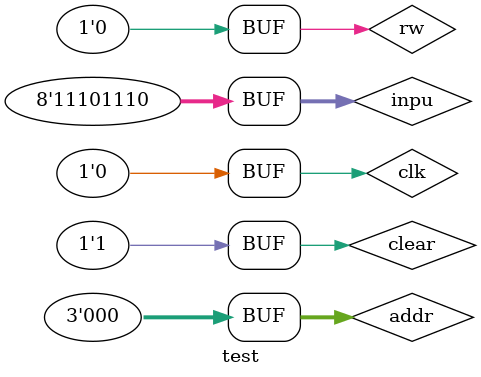
<source format=v>

module demux ( D, sel, y0, y1);
input D;
input sel;
output y0,y1;
wire y0,y1,N;
and g1(y0, D, N);
and g2(y1, D, sel);
not g0(N, sel);
endmodule

module demux8 ( D, sel, y0, y1, y2, y3, y4, y5, y6, y7);
input D;
input [2:0] sel;
output y0,y1,y2,y3,y4,y5,y6,y7;

always @( sel or y0 or y1 or y2 or y3 or y4 or y5 or y6 or y7 ) 
begin 
	if ( D == 1'b1 )
		begin
		if ( sel == 3'b000 ) 
			begin 
			y0=1'b1; y1=0; y2=0; y3=0; y4=0; y5=0; y6=0; y7=0;
		end 
		else
		if ( sel == 3'b001 ) 
			begin 
			y0=0;y1=1;y2=0;y3=0;y4=0;y5=0;y6=0;y7=0;
		end 
		else
		if ( sel == 3'b010 ) 
			begin 
			y0=0;y1=0;y2=1;y3=0;y4=0;y5=0;y6=0;y7=0;
		end 
		else
		if ( sel == 3'b011 ) 
			begin 
			y0=0;y1=0;y2=0;y3=1;y4=0;y5=0;y6=0;y7=0;
		end 
		else
		if ( sel == 3'b100 ) 
			begin 
			y0=0;y1=0;y2=0;y3=0;y4=1;y5=0;y6=0;y7=0;
		end 
		else
		if ( sel == 3'b101 ) 
			begin 
			y0=0;y1=0;y2=0;y3=0;y4=0;y5=1;y6=0;y7=0;
		end 
		else
		if ( sel == 3'b110 ) 
			begin 
			y0=0;y1=0;y2=0;y3=0;y4=0;y5=0;y6=1;y7=0;
		end 
		else
		if ( sel == 3'b111 ) 
			begin 
			y0=0;y1=0;y2=0;y3=0;y4=0;y5=0;y6=0;y7=1;
		end 
	end
	else
			y0=0;y1=0;y2=0;y3=0;y4=0;y5=0;y6=0;y7=0;
end 
endmodule


module mux (Y, A, B, sel);
output [3:0] Y;
input [3:0] A, B;
input sel;
reg [3:0] Y;
always @(A or B or sel)
if (sel == 1'b0)
Y = A;
else
Y = B;
endmodule

module mux2 (Y, A, B, sel);
output [7:0] Y;
input [7:0] A, B;
input sel;
reg [7:0] Y;
always @(A or B or sel)
if (sel == 1'b0)
Y = A;
else
Y = B;
endmodule

module mux8 (Y, A, B, C, D, E, F, G, H, sel);
output [7:0] Y;
input [7:0] A, B, C, D, E, F, G, H;
input [2:0] sel;
reg [7:0] Y;
always @(A or B or C or D or E or F or G or H or sel)
		if ( sel == 3'b000 ) 
			begin 
			Y=A;
		end 
		else
		if ( sel == 3'b001 ) 
			begin 
			Y=B;
		end 
		else
		if ( sel == 3'b010 ) 
			begin 
			Y=C;
		end 
		else
		if ( sel == 3'b011 ) 
			begin 
			Y=D;
		end 
		else
		if ( sel == 3'b100 ) 
			begin 
			Y=E;
		end 
		else
		if ( sel == 3'b101 ) 
			begin 
			Y=F;
		end 
		else
		if ( sel == 3'b110 ) 
			begin 
			Y=G;
		end 
		else
		if ( sel == 3'b111 ) 
			begin 
			Y=H;
		end 
endmodule

module dff ( output q, output qnot, 
input d, input clk, input clear ); 
reg q, qnot; 

always @( posedge clk ) 
begin 
	if ( ~clear ) 
		begin 
		q <= 0; qnot <= ~q; 
	end 
	q <= d; qnot <= ~q;
end 
endmodule // dff 

module ram1x1 ( output w, input addr, input rw,
input clk, input inpu, input clear );
wire s1,s2,s3,s4;

and and1 (s1, addr, rw);
and and2 (s2, s1, clk);

dff kai (s3, s4, inpu, clk, clear);

and and3 (w, addr, s3);

endmodule

module ram1x4 ( output [3:0] we, input addr, input rw,
input clk, input [3:0] inpu, input clear );

ram1x1 Rodrigo ( we[0], addr, rw, clk, inpu[0], clear);
ram1x1 Gustavo ( we[1], addr, rw, clk, inpu[1], clear);
ram1x1 Ana ( we[2], addr, rw, clk, inpu[2], clear);
ram1x1 Larissa ( we[3], addr, rw, clk, inpu[3], clear);

endmodule

module ram1x8 ( output [7:0] we, input addr, input rw,
input clk, input [7:0] inpu, input clear );

ram1x4 Renata (we[3:0], addr, rw, clk, inpu[3:0], clear);
ram1x4 Inacio (we[7:4], addr, rw, clk, inpu[7:4], clear);


endmodule

module ram2x4 (output [3:0] we, input addr, input rw,
input clk, input [3:0] inpu, input clear);
wire dms0,dms1,s1,s2,s3,s4,s5;
wire [3:0] aw, bw;

demux dm1 (1'b1, addr, dms0, dms1);

ram1x4 Cater (aw, dms0, rw, clk, inpu, clear);
ram1x4 Raphael (bw, dms1, rw, clk, inpu, clear);

mux m1 (we, aw, bw, addr);

endmodule

module ram2x8 (output [7:0] we, input addr, input rw,
input clk, input [7:0] inpu, input clear);
wire dms0,dms1,s1,s2,s3,s4,s5;
wire [7:0] aw, bw;

demux dm1 (1'b1, addr, dms0, dms1);

ram1x8 Cater (aw, dms0, rw, clk, inpu, clear);
ram1x8 Raphael (bw, dms1, rw, clk, inpu, clear);

mux2 m1 (we, aw, bw, addr);

endmodule

module ram8x8 (output [7:0] we, input [2:0] addr, input rw,
input clk, input [7:0] inpu, input clear);
wire dms0,dms1,dms2,dms3,dms4,dms5,dmsd,dms7;
wire [7:0] aw, bw, cw, dw, ew, fw, gw, hw;

demux8 dm8 (1'b1, addr, dms0, dms1, dms2, dms3, dms4, dms5, dms6, dms7);

ram1x8 Cater (aw, dms0, rw, clk, inpu, clear);
ram1x8 Raphael (bw, dms1, rw, clk, inpu, clear);
ram1x8 Mirian (cw, dm2, rw, clk, inpu, clear);
ram1x8 Dino (dw, dms3, rw, clk, inpu, clear);
ram1x8 Leona (ew, dms4, rw, clk, inpu, clear);
ram1x8 Terra (fw, dms5, rw, clk, inpu, clear);
ram1x8 Kyontera (gw, dms6, rw, clk, inpu, clear);
ram1x8 Gilda (hw, dms7, rw, clk, inpu, clear);

mux8 m8 (we, aw, bw, cw, dw, ew, fw, gw, hw, addr);

endmodule
 

module test; 
// ------------------------- definir dados 
wire [0:7] we; 
reg rw, clk, clear;
reg [7:0] inpu;
reg [2:0] addr;

ram8x8 ramiel (we,addr,rw,clk,inpu,clear);
// ------------------------- parte principal 
initial begin 
$display("Guia10Exerc05 - Pedro Henrique Vilar Locatelli - 427453"); 

   $monitor ( "%4d\t%3b\t%1b\t%1b\t%8b\t%1b\t%1b%1b%1b%1b%1b%1b%1b%1b", $time, addr, rw, clk, inpu, clear, we[0],we[1],we[2],we[3],we[4],we[5],we[6],we[7]); 
	#1 clear = 0;
	#1 clear = 1;
//	#1 clear = 0;
	#1 clk = 0;
	#1 inpu = 8'b10100101;
	#1 addr = 1;
	#1 rw = 1;
	#1 clk = 1;
	#1 clk = 0;
	#1 addr = 0;
	#1 inpu = 8'b11101110;
	#1 clk = 1;
	#1 clk = 0;
	#1 rw = 0;
	#1 addr = 1;
	#1 addr = 0;
	
	
	
	
end
endmodule
</source>
